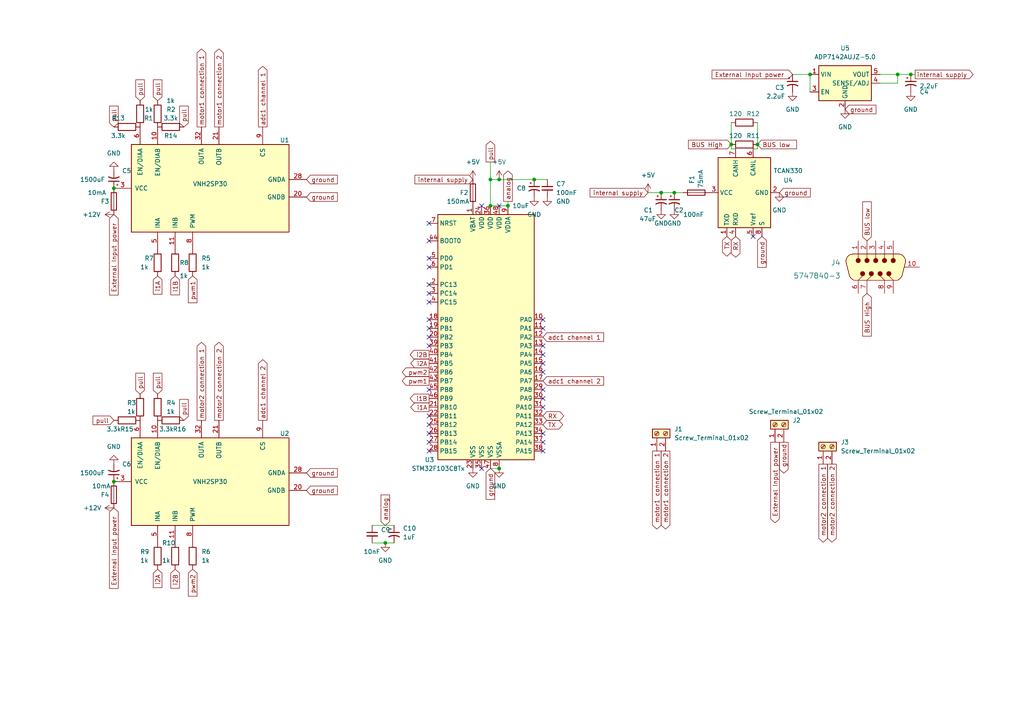
<source format=kicad_sch>
(kicad_sch (version 20211123) (generator eeschema)
  (paper "A4")
  (lib_symbols
    (symbol "Connector:Screw_Terminal_01x02" (pin_names (offset 1.016) hide)
      (property "Reference" "J" (at 0 2.54 0))
      (property "Value" "Screw_Terminal_01x02" (at 0 -5.08 0))
      (symbol "Screw_Terminal_01x02_1_1"
        (rectangle (start -1.27 1.27) (end 1.27 -3.81) (stroke (width 0.254)) (fill (type background)))
        (circle (center 0 -2.54) (radius 0.635) (stroke (width 0.1524)))
        (polyline (pts (xy -0.5334 -2.2098) (xy 0.3302 -3.048)) (stroke (width 0.1524)))
        (polyline (pts (xy -0.5334 0.3302) (xy 0.3302 -0.508)) (stroke (width 0.1524)))
        (polyline (pts (xy -0.3556 -2.032) (xy 0.508 -2.8702)) (stroke (width 0.1524)))
        (polyline (pts (xy -0.3556 0.508) (xy 0.508 -0.3302)) (stroke (width 0.1524)))
        (circle (center 0 0) (radius 0.635) (stroke (width 0.1524)))
        (pin passive line (at -5.08 0 0) (length 3.81) (name "Pin_1") (number "1"))
        (pin passive line (at -5.08 -2.54 0) (length 3.81) (name "Pin_2") (number "2"))
      )
    )
    (symbol "Device:C_Polarized_Small_US" (pin_numbers hide) (pin_names (offset 0.254) hide)
      (property "Reference" "C" (at 0.254 1.778 0))
      (property "Value" "C_Polarized_Small_US" (at 0.254 -2.032 0))
      (symbol "C_Polarized_Small_US_0_1"
        (polyline (pts (xy -1.524 0.508) (xy 1.524 0.508)) (stroke (width 0.3048)))
        (polyline (pts (xy -1.27 1.524) (xy -0.762 1.524)))
        (polyline (pts (xy -1.016 1.27) (xy -1.016 1.778)))
        (arc (start 1.524 -0.762) (mid 0 -0.3734) (end -1.524 -0.762) (stroke (width 0.3048)))
      )
      (symbol "C_Polarized_Small_US_1_1"
        (pin passive line (at 0 2.54 270) (length 2.032) (name "~") (number "1"))
        (pin passive line (at 0 -2.54 90) (length 2.032) (name "~") (number "2"))
      )
    )
    (symbol "Device:C_Small" (pin_numbers hide) (pin_names (offset 0.254) hide)
      (property "Reference" "C" (at 0.254 1.778 0))
      (property "Value" "C_Small" (at 0.254 -2.032 0))
      (symbol "C_Small_0_1"
        (polyline (pts (xy -1.524 -0.508) (xy 1.524 -0.508)) (stroke (width 0.3302)))
        (polyline (pts (xy -1.524 0.508) (xy 1.524 0.508)) (stroke (width 0.3048)))
      )
      (symbol "C_Small_1_1"
        (pin passive line (at 0 2.54 270) (length 2.032) (name "~") (number "1"))
        (pin passive line (at 0 -2.54 90) (length 2.032) (name "~") (number "2"))
      )
    )
    (symbol "Device:Fuse" (pin_numbers hide) (pin_names (offset 0))
      (property "Reference" "F" (at 2.032 0 90))
      (property "Value" "Fuse" (at -1.905 0 90))
      (symbol "Fuse_0_1"
        (rectangle (start -0.762 -2.54) (end 0.762 2.54) (stroke (width 0.254)))
        (polyline (pts (xy 0 2.54) (xy 0 -2.54)))
      )
      (symbol "Fuse_1_1"
        (pin passive line (at 0 3.81 270) (length 1.27) (name "~") (number "1"))
        (pin passive line (at 0 -3.81 90) (length 1.27) (name "~") (number "2"))
      )
    )
    (symbol "Device:R" (pin_numbers hide) (pin_names (offset 0))
      (property "Reference" "R" (at 2.032 0 90))
      (property "Value" "R" (at 0 0 90))
      (symbol "R_0_1"
        (rectangle (start -1.016 -2.54) (end 1.016 2.54) (stroke (width 0.254)))
      )
      (symbol "R_1_1"
        (pin passive line (at 0 3.81 270) (length 1.27) (name "~") (number "1"))
        (pin passive line (at 0 -3.81 90) (length 1.27) (name "~") (number "2"))
      )
    )
    (symbol "Driver_Motor:VNH2SP30" (pin_names (offset 1.016))
      (property "Reference" "U" (at -12.7 25.4 0))
      (property "Value" "VNH2SP30" (at 13.97 25.4 0))
      (symbol "VNH2SP30_1_1"
        (rectangle (start -12.7 22.86) (end 12.7 -22.86) (stroke (width 0.254)) (fill (type background)))
        (pin passive line (at 17.78 2.54 180) (length 5.08) hide (name "OUTA") (number "1"))
        (pin output line (at 17.78 15.24 180) (length 5.08) (name "EN/DIAB") (number "10"))
        (pin input line (at -17.78 10.16 0) (length 5.08) (name "INB") (number "11"))
        (pin no_connect line (at -17.78 -7.62 0) (length 5.08) hide (name "NC") (number "12"))
        (pin passive line (at 0 27.94 270) (length 5.08) hide (name "VCC") (number "13"))
        (pin no_connect line (at -17.78 -10.16 0) (length 5.08) hide (name "NC") (number "14"))
        (pin passive line (at 17.78 -2.54 180) (length 5.08) hide (name "OUTB") (number "15"))
        (pin passive line (at 17.78 -2.54 180) (length 5.08) hide (name "OUTB") (number "16"))
        (pin no_connect line (at -17.78 -20.32 0) (length 5.08) hide (name "NC") (number "17"))
        (pin passive line (at -2.54 -27.94 90) (length 5.08) hide (name "GNDB") (number "18"))
        (pin passive line (at -2.54 -27.94 90) (length 5.08) hide (name "GNDB") (number "19"))
        (pin no_connect line (at -17.78 0 0) (length 5.08) hide (name "NC") (number "2"))
        (pin passive line (at -2.54 -27.94 90) (length 5.08) (name "GNDB") (number "20"))
        (pin output line (at 17.78 -2.54 180) (length 5.08) (name "OUTB") (number "21"))
        (pin no_connect line (at -17.78 -17.78 0) (length 5.08) hide (name "NC") (number "22"))
        (pin passive line (at 0 27.94 270) (length 5.08) hide (name "VCC") (number "23"))
        (pin no_connect line (at -17.78 -15.24 0) (length 5.08) hide (name "NC") (number "24"))
        (pin passive line (at 17.78 2.54 180) (length 5.08) hide (name "OUTA") (number "25"))
        (pin passive line (at 2.54 -27.94 90) (length 5.08) hide (name "GNDA") (number "26"))
        (pin passive line (at 2.54 -27.94 90) (length 5.08) hide (name "GNDA") (number "27"))
        (pin passive line (at 2.54 -27.94 90) (length 5.08) (name "GNDA") (number "28"))
        (pin no_connect line (at -17.78 -12.7 0) (length 5.08) hide (name "NC") (number "29"))
        (pin power_in line (at 0 27.94 270) (length 5.08) (name "VCC") (number "3"))
        (pin passive line (at 17.78 2.54 180) (length 5.08) hide (name "OUTA") (number "30"))
        (pin passive line (at 0 27.94 270) (length 5.08) hide (name "VCC") (number "31"))
        (pin passive line (at 17.78 2.54 180) (length 5.08) (name "OUTA") (number "32"))
        (pin passive line (at 17.78 -2.54 180) (length 5.08) hide (name "OUTB") (number "33"))
        (pin no_connect line (at -17.78 -2.54 0) (length 5.08) hide (name "NC") (number "4"))
        (pin input line (at -17.78 15.24 0) (length 5.08) (name "INA") (number "5"))
        (pin output line (at 17.78 20.32 180) (length 5.08) (name "EN/DIAA") (number "6"))
        (pin no_connect line (at -17.78 -5.08 0) (length 5.08) hide (name "NC") (number "7"))
        (pin input line (at -17.78 5.08 0) (length 5.08) (name "PWM") (number "8"))
        (pin output line (at 17.78 -15.24 180) (length 5.08) (name "CS") (number "9"))
      )
    )
    (symbol "MCU_ST_STM32F1:STM32F103C8Tx"
      (property "Reference" "U" (at -15.24 36.83 0))
      (property "Value" "STM32F103C8Tx" (at 7.62 36.83 0))
      (symbol "STM32F103C8Tx_0_1"
        (rectangle (start -15.24 -35.56) (end 12.7 35.56) (stroke (width 0.254)) (fill (type background)))
      )
      (symbol "STM32F103C8Tx_1_1"
        (pin power_in line (at -5.08 38.1 270) (length 2.54) (name "VBAT") (number "1"))
        (pin bidirectional line (at 15.24 5.08 180) (length 2.54) (name "PA0") (number "10"))
        (pin bidirectional line (at 15.24 2.54 180) (length 2.54) (name "PA1") (number "11"))
        (pin bidirectional line (at 15.24 0 180) (length 2.54) (name "PA2") (number "12"))
        (pin bidirectional line (at 15.24 -2.54 180) (length 2.54) (name "PA3") (number "13"))
        (pin bidirectional line (at 15.24 -5.08 180) (length 2.54) (name "PA4") (number "14"))
        (pin bidirectional line (at 15.24 -7.62 180) (length 2.54) (name "PA5") (number "15"))
        (pin bidirectional line (at 15.24 -10.16 180) (length 2.54) (name "PA6") (number "16"))
        (pin bidirectional line (at 15.24 -12.7 180) (length 2.54) (name "PA7") (number "17"))
        (pin bidirectional line (at -17.78 5.08 0) (length 2.54) (name "PB0") (number "18"))
        (pin bidirectional line (at -17.78 2.54 0) (length 2.54) (name "PB1") (number "19"))
        (pin bidirectional line (at -17.78 15.24 0) (length 2.54) (name "PC13") (number "2"))
        (pin bidirectional line (at -17.78 0 0) (length 2.54) (name "PB2") (number "20"))
        (pin bidirectional line (at -17.78 -20.32 0) (length 2.54) (name "PB10") (number "21"))
        (pin bidirectional line (at -17.78 -22.86 0) (length 2.54) (name "PB11") (number "22"))
        (pin power_in line (at -5.08 -38.1 90) (length 2.54) (name "VSS") (number "23"))
        (pin power_in line (at -2.54 38.1 270) (length 2.54) (name "VDD") (number "24"))
        (pin bidirectional line (at -17.78 -25.4 0) (length 2.54) (name "PB12") (number "25"))
        (pin bidirectional line (at -17.78 -27.94 0) (length 2.54) (name "PB13") (number "26"))
        (pin bidirectional line (at -17.78 -30.48 0) (length 2.54) (name "PB14") (number "27"))
        (pin bidirectional line (at -17.78 -33.02 0) (length 2.54) (name "PB15") (number "28"))
        (pin bidirectional line (at 15.24 -15.24 180) (length 2.54) (name "PA8") (number "29"))
        (pin bidirectional line (at -17.78 12.7 0) (length 2.54) (name "PC14") (number "3"))
        (pin bidirectional line (at 15.24 -17.78 180) (length 2.54) (name "PA9") (number "30"))
        (pin bidirectional line (at 15.24 -20.32 180) (length 2.54) (name "PA10") (number "31"))
        (pin bidirectional line (at 15.24 -22.86 180) (length 2.54) (name "PA11") (number "32"))
        (pin bidirectional line (at 15.24 -25.4 180) (length 2.54) (name "PA12") (number "33"))
        (pin bidirectional line (at 15.24 -27.94 180) (length 2.54) (name "PA13") (number "34"))
        (pin power_in line (at -2.54 -38.1 90) (length 2.54) (name "VSS") (number "35"))
        (pin power_in line (at 0 38.1 270) (length 2.54) (name "VDD") (number "36"))
        (pin bidirectional line (at 15.24 -30.48 180) (length 2.54) (name "PA14") (number "37"))
        (pin bidirectional line (at 15.24 -33.02 180) (length 2.54) (name "PA15") (number "38"))
        (pin bidirectional line (at -17.78 -2.54 0) (length 2.54) (name "PB3") (number "39"))
        (pin bidirectional line (at -17.78 10.16 0) (length 2.54) (name "PC15") (number "4"))
        (pin bidirectional line (at -17.78 -5.08 0) (length 2.54) (name "PB4") (number "40"))
        (pin bidirectional line (at -17.78 -7.62 0) (length 2.54) (name "PB5") (number "41"))
        (pin bidirectional line (at -17.78 -10.16 0) (length 2.54) (name "PB6") (number "42"))
        (pin bidirectional line (at -17.78 -12.7 0) (length 2.54) (name "PB7") (number "43"))
        (pin input line (at -17.78 27.94 0) (length 2.54) (name "BOOT0") (number "44"))
        (pin bidirectional line (at -17.78 -15.24 0) (length 2.54) (name "PB8") (number "45"))
        (pin bidirectional line (at -17.78 -17.78 0) (length 2.54) (name "PB9") (number "46"))
        (pin power_in line (at 0 -38.1 90) (length 2.54) (name "VSS") (number "47"))
        (pin power_in line (at 2.54 38.1 270) (length 2.54) (name "VDD") (number "48"))
        (pin input line (at -17.78 22.86 0) (length 2.54) (name "PD0") (number "5"))
        (pin input line (at -17.78 20.32 0) (length 2.54) (name "PD1") (number "6"))
        (pin input line (at -17.78 33.02 0) (length 2.54) (name "NRST") (number "7"))
        (pin power_in line (at 2.54 -38.1 90) (length 2.54) (name "VSSA") (number "8"))
        (pin power_in line (at 5.08 38.1 270) (length 2.54) (name "VDDA") (number "9"))
      )
    )
    (symbol "Regulator_Linear:ADP7142AUJZ-5.0"
      (property "Reference" "U" (at 0 8.89 0))
      (property "Value" "ADP7142AUJZ-5.0" (at 0 6.35 0))
      (symbol "ADP7142AUJZ-5.0_0_1"
        (rectangle (start -7.62 5.08) (end 7.62 -5.08) (stroke (width 0.254)) (fill (type background)))
      )
      (symbol "ADP7142AUJZ-5.0_1_1"
        (pin power_in line (at -10.16 2.54 0) (length 2.54) (name "VIN") (number "1"))
        (pin power_in line (at 0 -7.62 90) (length 2.54) (name "GND") (number "2"))
        (pin input line (at -10.16 -2.54 0) (length 2.54) (name "EN") (number "3"))
        (pin input line (at 10.16 0 180) (length 2.54) (name "SENSE/ADJ") (number "4"))
        (pin power_out line (at 10.16 2.54 180) (length 2.54) (name "VOUT") (number "5"))
      )
    )
    (symbol "TCAN330_1"
      (property "Reference" "U" (at -10.16 8.89 0))
      (property "Value" "TCAN330_1" (at 2.54 8.89 0))
      (symbol "TCAN330_1_0_1"
        (rectangle (start -10.16 7.62) (end 10.16 -7.62) (stroke (width 0.254)) (fill (type background)))
      )
      (symbol "TCAN330_1_1_1"
        (pin input line (at -12.7 5.08 0) (length 2.54) (name "TXD") (number "1"))
        (pin power_in line (at 0 -10.16 90) (length 2.54) (name "GND") (number "2"))
        (pin power_in line (at 0 10.16 270) (length 2.54) (name "VCC") (number "3"))
        (pin tri_state line (at -12.7 2.54 0) (length 2.54) (name "RXD") (number "4"))
        (pin input line (at -12.7 -2.54 0) (length 2.54) (name "Vref") (number "5"))
        (pin bidirectional line (at 12.7 -2.54 180) (length 2.54) (name "CANL") (number "6"))
        (pin bidirectional line (at 12.7 2.54 180) (length 2.54) (name "CANH") (number "7"))
        (pin input line (at -12.7 -5.08 0) (length 2.54) (name "S") (number "8"))
      )
    )
    (symbol "dk_D-Sub-Connectors:5747840-3" (pin_names (offset 1.016))
      (property "Reference" "J" (at -3.81 8.89 0))
      (property "Value" "5747840-3" (at 1.27 -10.16 0))
      (symbol "5747840-3_0_1"
        (circle (center -1.905 -3.81) (radius 0.635) (fill (type outline)))
        (circle (center -1.905 -1.27) (radius 0.635) (fill (type outline)))
        (circle (center -1.905 1.27) (radius 0.635) (fill (type outline)))
        (circle (center -1.905 3.81) (radius 0.635) (fill (type outline)))
        (polyline (pts (xy -3.81 -5.08) (xy -2.54 -3.81)))
        (polyline (pts (xy -3.81 -2.54) (xy -2.54 -1.27)))
        (polyline (pts (xy -3.81 2.54) (xy -2.54 1.27)))
        (polyline (pts (xy -3.81 5.08) (xy -2.54 3.81)))
        (polyline (pts (xy 3.81 -5.08) (xy 2.54 -5.08)))
        (polyline (pts (xy 3.81 -2.54) (xy 2.54 -2.54)))
        (polyline (pts (xy 3.81 0) (xy 2.54 0)))
        (polyline (pts (xy 3.81 2.54) (xy 2.54 2.54)))
        (polyline (pts (xy 3.81 5.08) (xy 2.54 5.08)))
        (circle (center 1.905 -5.08) (radius 0.635) (fill (type outline)))
        (circle (center 1.905 -2.54) (radius 0.635) (fill (type outline)))
        (circle (center 1.905 0) (radius 0.635) (fill (type outline)))
        (circle (center 1.905 2.54) (radius 0.635) (fill (type outline)))
        (circle (center 1.905 5.08) (radius 0.635) (fill (type outline)))
      )
      (symbol "5747840-3_1_1"
        (arc (start -3.81 -6.35) (mid -3.278 -7.088) (end -2.54 -7.62))
        (arc (start -2.54 7.62) (mid -3.278 7.088) (end -3.81 6.35))
        (polyline (pts (xy -3.81 6.35) (xy -3.81 -6.35)) (fill (type background)))
        (polyline (pts (xy -2.54 7.62) (xy 1.524 8.636)) (fill (type background)))
        (polyline (pts (xy 1.524 -8.636) (xy -2.54 -7.62)) (fill (type background)))
        (polyline (pts (xy 3.81 6.35) (xy 3.81 -6.35)) (fill (type background)))
        (polyline (pts (xy -2.54 7.62) (xy -2.794 7.4676) (xy -2.8956 7.366) (xy -3.048 7.3152) (xy -3.2004 7.1628) (xy -3.302 7.0612) (xy -3.4036 6.9088) (xy -3.5052 6.8072) (xy -3.6068 6.6548) (xy -3.7084 6.5024) (xy -3.81 6.35) (xy -3.81 -6.35) (xy -3.6576 -6.5532) (xy -3.5052 -6.8072) (xy -3.302 -6.9596) (xy -3.0988 -7.2644) (xy -2.794 -7.4168) (xy -2.4384 -7.62) (xy 1.4732 -8.636) (xy 1.7272 -8.636) (xy 2.1336 -8.5852) (xy 2.4892 -8.4836) (xy 2.8956 -8.2296) (xy 3.2512 -7.9248) (xy 3.5052 -7.5692) (xy 3.6576 -7.2644) (xy 3.81 -6.8072) (xy 3.81 -6.35) (xy 3.81 6.35) (xy 3.7592 6.7564) (xy 3.7084 7.112) (xy 3.556 7.5184) (xy 3.4036 7.7724) (xy 3.2004 7.9756) (xy 2.9972 8.1788) (xy 2.7432 8.3312) (xy 2.3876 8.4836) (xy 2.032 8.636) (xy 1.778 8.636) (xy 1.524 8.636) (xy -2.4892 7.62)) (fill (type background)))
        (arc (start 1.524 -8.636) (mid 3.1896 -8.0073) (end 3.81 -6.35))
        (arc (start 3.81 6.35) (mid 3.1813 8.0156) (end 1.524 8.636))
        (pin passive line (at 7.62 5.08 180) (length 3.81) (name "~") (number "1"))
        (pin passive line (at 0 -12.7 90) (length 4.445) (name "~") (number "10"))
        (pin passive line (at 7.62 2.54 180) (length 3.81) (name "~") (number "2"))
        (pin passive line (at 7.62 0 180) (length 3.81) (name "~") (number "3"))
        (pin passive line (at 7.62 -2.54 180) (length 3.81) (name "~") (number "4"))
        (pin passive line (at 7.62 -5.08 180) (length 3.81) (name "~") (number "5"))
        (pin passive line (at -7.62 5.08 0) (length 3.81) (name "~") (number "6"))
        (pin passive line (at -7.62 2.54 0) (length 3.81) (name "~") (number "7"))
        (pin passive line (at -7.62 -2.54 0) (length 3.81) (name "~") (number "8"))
        (pin passive line (at -7.62 -5.08 0) (length 3.81) (name "~") (number "9"))
      )
    )
    (symbol "power:+12V" (power) (pin_names (offset 0))
      (property "Value" "+12V" (at 0 3.556 0))
      (symbol "+12V_0_1"
        (polyline (pts (xy -0.762 1.27) (xy 0 2.54)))
        (polyline (pts (xy 0 0) (xy 0 2.54)))
        (polyline (pts (xy 0 2.54) (xy 0.762 1.27)))
      )
      (symbol "+12V_1_1"
        (pin power_in line (at 0 0 90) (length 0) hide (name "+12V") (number "1"))
      )
    )
    (symbol "power:+5V" (power) (pin_names (offset 0))
      (property "Value" "+5V" (at 0 3.556 0))
      (symbol "+5V_0_1"
        (polyline (pts (xy -0.762 1.27) (xy 0 2.54)))
        (polyline (pts (xy 0 0) (xy 0 2.54)))
        (polyline (pts (xy 0 2.54) (xy 0.762 1.27)))
      )
      (symbol "+5V_1_1"
        (pin power_in line (at 0 0 90) (length 0) hide (name "+5V") (number "1"))
      )
    )
    (symbol "power:GND" (power) (pin_names (offset 0))
      (property "Value" "GND" (at 0 -3.81 0))
      (symbol "GND_0_1"
        (polyline (pts (xy 0 0) (xy 0 -1.27) (xy 1.27 -1.27) (xy 0 -2.54) (xy -1.27 -1.27) (xy 0 -1.27)))
      )
      (symbol "GND_1_1"
        (pin power_in line (at 0 0 270) (length 0) hide (name "GND") (number "1"))
      )
    )
  )
  (junction (at 219.71 41.91))
  (junction (at 212.09 41.91))
  (junction (at 142.24 52.07))
  (junction (at 264.16 21.59))
  (junction (at 260.35 21.59))
  (junction (at 154.94 52.07))
  (junction (at 111.76 157.48))
  (junction (at 234.95 21.59))
  (junction (at 147.32 59.69))
  (junction (at 191.77 55.88))
  (junction (at 144.78 52.07))
  (junction (at 195.58 55.88))
  (junction (at 144.78 135.89))
  (junction (at 33.02 139.7))
  (junction (at 33.02 54.61))
  (junction (at 142.24 59.69))
  (no_connect (at 218.44 68.58))
  (no_connect (at 157.48 100.33))
  (no_connect (at 157.48 102.87))
  (no_connect (at 157.48 105.41))
  (no_connect (at 157.48 115.57))
  (no_connect (at 157.48 118.11))
  (no_connect (at 157.48 107.95))
  (no_connect (at 124.46 64.77))
  (no_connect (at 124.46 69.85))
  (no_connect (at 124.46 74.93))
  (no_connect (at 124.46 77.47))
  (no_connect (at 124.46 82.55))
  (no_connect (at 124.46 85.09))
  (no_connect (at 124.46 87.63))
  (no_connect (at 124.46 92.71))
  (no_connect (at 124.46 95.25))
  (no_connect (at 124.46 97.79))
  (no_connect (at 124.46 100.33))
  (no_connect (at 124.46 125.73))
  (no_connect (at 124.46 128.27))
  (no_connect (at 124.46 130.81))
  (no_connect (at 124.46 120.65))
  (no_connect (at 124.46 123.19))
  (no_connect (at 124.46 113.03))
  (no_connect (at 157.48 113.03))
  (no_connect (at 157.48 125.73))
  (no_connect (at 157.48 128.27))
  (no_connect (at 157.48 130.81))
  (no_connect (at 157.48 92.71))
  (no_connect (at 157.48 95.25))
  (no_connect (at 139.7 59.69))
  (no_connect (at 144.78 59.69))
  (no_connect (at 139.7 135.89))
  (wire (pts (xy 260.35 24.13) (xy 260.35 21.59)))
  (wire (pts (xy 142.24 52.07) (xy 142.24 59.69)))
  (wire (pts (xy 260.35 21.59) (xy 264.16 21.59)))
  (wire (pts (xy 142.24 52.07) (xy 144.78 52.07)))
  (wire (pts (xy 219.71 35.56) (xy 219.71 41.91)))
  (wire (pts (xy 111.76 157.48) (xy 114.3 157.48)))
  (wire (pts (xy 212.09 41.91) (xy 212.09 43.18)))
  (wire (pts (xy 212.09 35.56) (xy 212.09 41.91)))
  (wire (pts (xy 212.09 43.18) (xy 213.36 43.18)))
  (wire (pts (xy 142.24 135.89) (xy 144.78 135.89)))
  (wire (pts (xy 107.95 152.4) (xy 114.3 152.4)))
  (wire (pts (xy 191.77 55.88) (xy 195.58 55.88)))
  (wire (pts (xy 154.94 52.07) (xy 158.75 52.07)))
  (wire (pts (xy 142.24 46.99) (xy 142.24 52.07)))
  (wire (pts (xy 219.71 41.91) (xy 219.71 43.18)))
  (wire (pts (xy 142.24 59.69) (xy 147.32 59.69)))
  (wire (pts (xy 219.71 43.18) (xy 218.44 43.18)))
  (wire (pts (xy 264.16 21.59) (xy 265.43 21.59)))
  (wire (pts (xy 255.27 21.59) (xy 260.35 21.59)))
  (wire (pts (xy 187.96 55.88) (xy 191.77 55.88)))
  (wire (pts (xy 255.27 24.13) (xy 260.35 24.13)))
  (wire (pts (xy 234.95 21.59) (xy 234.95 26.67)))
  (wire (pts (xy 147.32 58.42) (xy 147.32 59.69)))
  (wire (pts (xy 195.58 55.88) (xy 198.12 55.88)))
  (wire (pts (xy 144.78 52.07) (xy 154.94 52.07)))
  (wire (pts (xy 229.87 21.59) (xy 234.95 21.59)))
  (wire (pts (xy 107.95 157.48) (xy 111.76 157.48)))
  (global_label "internal supply" (shape input) (at 187.96 55.88 180) (property "Intersheet References" "${INTERSHEET_REFS}" (effects hide)))
  (global_label "motor2 connection 1" (shape output) (at 238.76 134.62 270) (property "Intersheet References" "${INTERSHEET_REFS}" (effects hide)))
  (global_label "pwm2" (shape output) (at 124.46 107.95 180) (property "Intersheet References" "${INTERSHEET_REFS}" (effects hide)))
  (global_label "adc1 channel 1" (shape output) (at 76.2 36.83 90) (property "Intersheet References" "${INTERSHEET_REFS}" (effects hide)))
  (global_label "ground" (shape input) (at 88.9 57.15 0) (property "Intersheet References" "${INTERSHEET_REFS}" (effects hide)))
  (global_label "pull" (shape input) (at 40.64 29.21 90) (property "Intersheet References" "${INTERSHEET_REFS}" (effects hide)))
  (global_label "pull" (shape input) (at 40.64 114.3 90) (property "Intersheet References" "${INTERSHEET_REFS}" (effects hide)))
  (global_label "motor2 connection 1" (shape output) (at 58.42 121.92 90) (property "Intersheet References" "${INTERSHEET_REFS}" (effects hide)))
  (global_label "BUS low " (shape input) (at 219.71 41.91 0) (property "Intersheet References" "${INTERSHEET_REFS}" (effects hide)))
  (global_label "External Input power " (shape output) (at 224.79 128.27 270) (property "Intersheet References" "${INTERSHEET_REFS}" (effects hide)))
  (global_label "External Input power " (shape input) (at 33.02 62.23 270) (property "Intersheet References" "${INTERSHEET_REFS}" (effects hide)))
  (global_label "ground" (shape input) (at 245.11 31.75 0) (property "Intersheet References" "${INTERSHEET_REFS}" (effects hide)))
  (global_label "i2B" (shape output) (at 124.46 102.87 180) (property "Intersheet References" "${INTERSHEET_REFS}" (effects hide)))
  (global_label "motor2 connection 2" (shape output) (at 241.3 134.62 270) (property "Intersheet References" "${INTERSHEET_REFS}" (effects hide)))
  (global_label "pull" (shape input) (at 33.02 121.92 180) (property "Intersheet References" "${INTERSHEET_REFS}" (effects hide)))
  (global_label "i1B" (shape output) (at 124.46 115.57 180) (property "Intersheet References" "${INTERSHEET_REFS}" (effects hide)))
  (global_label "ground" (shape input) (at 220.98 68.58 270) (property "Intersheet References" "${INTERSHEET_REFS}" (effects hide)))
  (global_label "pull" (shape output) (at 142.24 46.99 90) (property "Intersheet References" "${INTERSHEET_REFS}" (effects hide)))
  (global_label "pull" (shape input) (at 53.34 121.92 90) (property "Intersheet References" "${INTERSHEET_REFS}" (effects hide)))
  (global_label "pull" (shape input) (at 53.34 36.83 90) (property "Intersheet References" "${INTERSHEET_REFS}" (effects hide)))
  (global_label "i1A" (shape output) (at 124.46 118.11 180) (property "Intersheet References" "${INTERSHEET_REFS}" (effects hide)))
  (global_label "TX" (shape bidirectional) (at 210.82 68.58 270) (property "Intersheet References" "${INTERSHEET_REFS}" (effects hide)))
  (global_label "motor2 connection 2" (shape output) (at 63.5 121.92 90) (property "Intersheet References" "${INTERSHEET_REFS}" (effects hide)))
  (global_label "BUS low " (shape input) (at 251.46 69.85 90) (property "Intersheet References" "${INTERSHEET_REFS}" (effects hide)))
  (global_label "analog" (shape output) (at 147.32 58.42 90) (property "Intersheet References" "${INTERSHEET_REFS}" (effects hide)))
  (global_label "i2A" (shape output) (at 124.46 105.41 180) (property "Intersheet References" "${INTERSHEET_REFS}" (effects hide)))
  (global_label "ground" (shape output) (at 227.33 128.27 270) (property "Intersheet References" "${INTERSHEET_REFS}" (effects hide)))
  (global_label "motor1 connection 2" (shape output) (at 193.04 130.81 270) (property "Intersheet References" "${INTERSHEET_REFS}" (effects hide)))
  (global_label "ground" (shape input) (at 226.06 55.88 0) (property "Intersheet References" "${INTERSHEET_REFS}" (effects hide)))
  (global_label "adc1 channel 1" (shape input) (at 157.48 97.79 0) (property "Intersheet References" "${INTERSHEET_REFS}" (effects hide)))
  (global_label "RX" (shape bidirectional) (at 157.48 120.65 0) (property "Intersheet References" "${INTERSHEET_REFS}" (effects hide)))
  (global_label "RX" (shape bidirectional) (at 213.36 68.58 270) (property "Intersheet References" "${INTERSHEET_REFS}" (effects hide)))
  (global_label "internal supply" (shape output) (at 265.43 21.59 0) (property "Intersheet References" "${INTERSHEET_REFS}" (effects hide)))
  (global_label "pwm1" (shape input) (at 55.88 80.01 270) (property "Intersheet References" "${INTERSHEET_REFS}" (effects hide)))
  (global_label "analog" (shape input) (at 111.76 152.4 90) (property "Intersheet References" "${INTERSHEET_REFS}" (effects hide)))
  (global_label "pull" (shape input) (at 45.72 29.21 90) (property "Intersheet References" "${INTERSHEET_REFS}" (effects hide)))
  (global_label "i1A" (shape input) (at 45.72 80.01 270) (property "Intersheet References" "${INTERSHEET_REFS}" (effects hide)))
  (global_label "External Input power " (shape input) (at 229.87 21.59 180) (property "Intersheet References" "${INTERSHEET_REFS}" (effects hide)))
  (global_label "internal supply" (shape input) (at 137.16 52.07 180) (property "Intersheet References" "${INTERSHEET_REFS}" (effects hide)))
  (global_label "i2A" (shape input) (at 45.72 165.1 270) (property "Intersheet References" "${INTERSHEET_REFS}" (effects hide)))
  (global_label "i1B" (shape input) (at 50.8 80.01 270) (property "Intersheet References" "${INTERSHEET_REFS}" (effects hide)))
  (global_label "motor1 connection 1" (shape output) (at 58.42 36.83 90) (property "Intersheet References" "${INTERSHEET_REFS}" (effects hide)))
  (global_label "ground" (shape input) (at 88.9 137.16 0) (property "Intersheet References" "${INTERSHEET_REFS}" (effects hide)))
  (global_label "ground" (shape input) (at 88.9 52.07 0) (property "Intersheet References" "${INTERSHEET_REFS}" (effects hide)))
  (global_label "pwm2" (shape input) (at 55.88 165.1 270) (property "Intersheet References" "${INTERSHEET_REFS}" (effects hide)))
  (global_label "motor1 connection 2" (shape output) (at 63.5 36.83 90) (property "Intersheet References" "${INTERSHEET_REFS}" (effects hide)))
  (global_label "External Input power " (shape input) (at 33.02 147.32 270) (property "Intersheet References" "${INTERSHEET_REFS}" (effects hide)))
  (global_label "adc1 channel 2" (shape output) (at 76.2 121.92 90) (property "Intersheet References" "${INTERSHEET_REFS}" (effects hide)))
  (global_label "motor1 connection 1" (shape output) (at 190.5 130.81 270) (property "Intersheet References" "${INTERSHEET_REFS}" (effects hide)))
  (global_label "pull" (shape input) (at 45.72 114.3 90) (property "Intersheet References" "${INTERSHEET_REFS}" (effects hide)))
  (global_label "i2B" (shape input) (at 50.8 165.1 270) (property "Intersheet References" "${INTERSHEET_REFS}" (effects hide)))
  (global_label "pull" (shape input) (at 33.02 36.83 90) (property "Intersheet References" "${INTERSHEET_REFS}" (effects hide)))
  (global_label "BUS High " (shape input) (at 212.09 41.91 180) (property "Intersheet References" "${INTERSHEET_REFS}" (effects hide)))
  (global_label "TX" (shape bidirectional) (at 157.48 123.19 0) (property "Intersheet References" "${INTERSHEET_REFS}" (effects hide)))
  (global_label "adc1 channel 2" (shape input) (at 157.48 110.49 0) (property "Intersheet References" "${INTERSHEET_REFS}" (effects hide)))
  (global_label "BUS High " (shape input) (at 251.46 85.09 270) (property "Intersheet References" "${INTERSHEET_REFS}" (effects hide)))
  (global_label "pwm1" (shape output) (at 124.46 110.49 180) (property "Intersheet References" "${INTERSHEET_REFS}" (effects hide)))
  (global_label "ground" (shape input) (at 88.9 142.24 0) (property "Intersheet References" "${INTERSHEET_REFS}" (effects hide)))
  (global_label "ground" (shape input) (at 142.24 135.89 270) (property "Intersheet References" "${INTERSHEET_REFS}" (effects hide)))
  (symbol (lib_id "Driver_Motor:VNH2SP30") (at 60.96 139.7 90) (unit 1)
    (property "Reference" "U2" (at 82.55 125.73 90))
    (property "Value" "VNH2SP30" (at 60.96 139.7 90))
    (property "Footprint" "Package_SO:ST_MultiPowerSO-30" (effects hide))
    (property "Datasheet" "http://www.st.com/content/ccc/resource/technical/document/datasheet/group2/66/b8/f5/2c/9a/66/41/c7/CD00043711/files/CD00043711.pdf/jcr:content/translations/en.CD00043711.pdf" (effects hide))
  )
  (symbol (lib_id "Connector:Screw_Terminal_01x02") (at 190.5 125.73 90) (unit 1)
    (property "Reference" "J1" (at 195.58 124.4599 90) (effects (justify right)))
    (property "Value" "Screw_Terminal_01x02" (at 195.58 126.9999 90) (effects (justify right)))
    (property "Footprint" "TerminalBlock:TerminalBlock_Altech_AK300-2_P5.00mm" (effects hide))
  )
  (symbol (lib_id "Device:Fuse") (at 33.02 58.42 0) (unit 1)
    (property "Reference" "F3" (at 29.21 58.42 0) (effects (justify left)))
    (property "Value" "10mA" (at 25.4 55.88 0) (effects (justify left)))
    (property "Footprint" "Fuse:Fuseholder_Blade_ATO_Littelfuse_Pudenz_2_Pin" (effects hide))
  )
  (symbol (lib_id "power:+12V") (at 33.02 147.32 90) (unit 1)
    (property "Reference" "#PWR0104" (effects hide))
    (property "Value" "+12V" (at 24.13 147.32 90) (effects (justify right)))
  )
  (symbol (lib_id "Device:C_Polarized_Small_US") (at 33.02 52.07 180) (unit 1)
    (property "Reference" "C5" (at 38.1 49.53 0) (effects (justify left)))
    (property "Value" "1500uF" (at 30.48 52.07 0) (effects (justify left)))
    (property "Footprint" "Capacitor_THT:CP_Radial_D4.0mm_P1.50mm" (effects hide))
  )
  (symbol (lib_id "Device:R") (at 40.64 33.02 180) (unit 1)
    (property "Reference" "R1" (at 44.45 34.29 0) (effects (justify left)))
    (property "Value" "1k" (at 44.45 31.75 0) (effects (justify left)))
    (property "Footprint" "Resistor_THT:R_Axial_DIN0204_L3.6mm_D1.6mm_P1.90mm_Vertical" (effects hide))
  )
  (symbol (lib_id "power:GND") (at 154.94 57.15 0) (unit 1)
    (property "Reference" "#PWR0108" (effects hide))
    (property "Value" "GND" (at 154.94 62.23 0))
  )
  (symbol (lib_id "power:GND") (at 245.11 31.75 0) (unit 1)
    (property "Reference" "#PWR07" (effects hide))
    (property "Value" "GND" (at 245.11 36.83 0))
  )
  (symbol (lib_id "Driver_Motor:VNH2SP30") (at 60.96 54.61 90) (unit 1)
    (property "Reference" "U1" (at 82.55 40.64 90))
    (property "Value" "VNH2SP30" (at 60.96 53.34 90))
    (property "Footprint" "Package_SO:ST_MultiPowerSO-30" (effects hide))
    (property "Datasheet" "http://www.st.com/content/ccc/resource/technical/document/datasheet/group2/66/b8/f5/2c/9a/66/41/c7/CD00043711/files/CD00043711.pdf/jcr:content/translations/en.CD00043711.pdf" (effects hide))
  )
  (symbol (lib_id "power:+5V") (at 144.78 52.07 0) (unit 1)
    (property "Reference" "#PWR01" (effects hide))
    (property "Value" "+5V" (at 144.78 46.99 0))
  )
  (symbol (lib_id "MCU_ST_STM32F1:STM32F103C8Tx") (at 142.24 97.79 0) (unit 1)
    (property "Reference" "U3" (at 123.19 133.35 0) (effects (justify left)))
    (property "Value" "STM32F103C8Tx" (at 119.38 135.89 0) (effects (justify left)))
    (property "Footprint" "Package_QFP:LQFP-48_7x7mm_P0.5mm" (effects hide))
    (property "Datasheet" "http://www.st.com/st-web-ui/static/active/en/resource/technical/document/datasheet/CD00161566.pdf" (effects hide))
  )
  (symbol (lib_id "power:GND") (at 229.87 26.67 0) (unit 1)
    (property "Reference" "#PWR06" (effects hide))
    (property "Value" "GND" (at 229.87 31.75 0))
  )
  (symbol (lib_id "dk_D-Sub-Connectors:5747840-3") (at 254 77.47 90) (unit 1)
    (property "Reference" "J4" (at 243.84 76.1854 90) (effects (font (size 1.524 1.524)) (justify left)))
    (property "Value" "5747840-3" (at 243.84 79.9954 90) (effects (font (size 1.524 1.524)) (justify left)))
    (property "Footprint" "digikey-footprints:DSUB-9_Jack_5747840-3" (effects hide))
    (property "Datasheet" "https://www.te.com/commerce/DocumentDelivery/DDEController?Action=srchrtrv&DocNm=5747840&DocType=Customer+Drawing&DocLang=English" (effects hide))
    (property "Digi-Key_PN" "A32091-ND" (effects hide))
    (property "MPN" "5747840-3" (effects hide))
    (property "Category" "Connectors, Interconnects" (effects hide))
    (property "Family" "D-Sub Connectors" (effects hide))
    (property "DK_Datasheet_Link" "https://www.te.com/commerce/DocumentDelivery/DDEController?Action=srchrtrv&DocNm=5747840&DocType=Customer+Drawing&DocLang=English" (effects hide))
    (property "DK_Detail_Page" "/product-detail/en/te-connectivity-amp-connectors/5747840-3/A32091-ND/808646" (effects hide))
    (property "Description" "CONN D-SUB PLUG 9POS R/A SOLDER" (effects hide))
    (property "Manufacturer" "TE Connectivity AMP Connectors" (effects hide))
    (property "Status" "Active" (effects hide))
  )
  (symbol (lib_id "Device:C_Polarized_Small_US") (at 195.58 58.42 0) (unit 1)
    (property "Reference" "C2" (at 195.58 60.96 0) (effects (justify left)))
    (property "Value" "100nF" (at 198.12 62.23 0) (effects (justify left)))
    (property "Footprint" "Capacitor_THT:CP_Radial_D4.0mm_P1.50mm" (effects hide))
  )
  (symbol (lib_id "power:GND") (at 158.75 57.15 0) (unit 1)
    (property "Reference" "#PWR0105" (effects hide))
    (property "Value" "GND" (at 161.29 58.4199 0) (effects (justify left)))
  )
  (symbol (lib_id "power:+12V") (at 33.02 62.23 90) (unit 1)
    (property "Reference" "#PWR0102" (effects hide))
    (property "Value" "+12V" (at 29.21 62.2299 90) (effects (justify left)))
  )
  (symbol (lib_id "power:GND") (at 195.58 60.96 0) (unit 1)
    (property "Reference" "#PWR05" (effects hide))
    (property "Value" "GND" (at 195.58 64.77 0))
  )
  (symbol (lib_id "Device:R") (at 45.72 118.11 0) (unit 1)
    (property "Reference" "R4" (at 48.26 116.8399 0) (effects (justify left)))
    (property "Value" "1k" (at 48.26 119.3799 0) (effects (justify left)))
    (property "Footprint" "Resistor_THT:R_Axial_DIN0204_L3.6mm_D1.6mm_P1.90mm_Vertical" (effects hide))
  )
  (symbol (lib_id "Device:R") (at 49.53 121.92 270) (unit 1)
    (property "Reference" "R16" (at 52.07 124.46 90))
    (property "Value" "3.3k" (at 48.26 124.46 90))
    (property "Footprint" "Resistor_THT:R_Axial_DIN0204_L3.6mm_D1.6mm_P1.90mm_Vertical" (effects hide))
  )
  (symbol (lib_id "Device:C_Polarized_Small_US") (at 114.3 154.94 0) (unit 1)
    (property "Reference" "C10" (at 116.84 153.2381 0) (effects (justify left)))
    (property "Value" "1uF" (at 116.84 155.7781 0) (effects (justify left)))
    (property "Footprint" "Capacitor_THT:CP_Radial_D4.0mm_P1.50mm" (effects hide))
  )
  (symbol (lib_id "Device:C_Polarized_Small_US") (at 191.77 58.42 0) (unit 1)
    (property "Reference" "C1" (at 186.69 60.96 0) (effects (justify left)))
    (property "Value" "47uF" (at 185.42 63.5 0) (effects (justify left)))
    (property "Footprint" "Capacitor_THT:CP_Radial_D4.0mm_P1.50mm" (effects hide))
  )
  (symbol (lib_id "power:GND") (at 264.16 26.67 0) (unit 1)
    (property "Reference" "#PWR08" (effects hide))
    (property "Value" "GND" (at 264.16 31.75 0))
  )
  (symbol (lib_id "Device:R") (at 215.9 35.56 90) (unit 1)
    (property "Reference" "R12" (at 218.44 33.02 90))
    (property "Value" "120" (at 213.36 33.02 90))
    (property "Footprint" "Resistor_THT:R_Axial_DIN0204_L3.6mm_D1.6mm_P1.90mm_Vertical" (effects hide))
  )
  (symbol (lib_id "power:GND") (at 33.02 134.62 180) (unit 1)
    (property "Reference" "#PWR0110" (effects hide))
    (property "Value" "GND" (at 33.02 129.54 0))
  )
  (symbol (lib_id "Device:R") (at 45.72 33.02 0) (unit 1)
    (property "Reference" "R2" (at 48.26 31.7499 0) (effects (justify left)))
    (property "Value" "1k" (at 48.26 29.21 0) (effects (justify left)))
    (property "Footprint" "Resistor_THT:R_Axial_DIN0204_L3.6mm_D1.6mm_P1.90mm_Vertical" (effects hide))
  )
  (symbol (lib_id "Device:C_Small") (at 158.75 54.61 0) (unit 1)
    (property "Reference" "C7" (at 161.29 53.3462 0) (effects (justify left)))
    (property "Value" "100nF" (at 161.29 55.8862 0) (effects (justify left)))
    (property "Footprint" "Capacitor_THT:C_Radial_D4.0mm_H5.0mm_P1.50mm" (effects hide))
  )
  (symbol (lib_id "Device:R") (at 36.83 36.83 90) (unit 1)
    (property "Reference" "R13" (at 34.29 34.29 90))
    (property "Value" "3.3k" (at 34.29 39.37 90))
    (property "Footprint" "Resistor_THT:R_Axial_DIN0204_L3.6mm_D1.6mm_P1.90mm_Vertical" (effects hide))
  )
  (symbol (lib_id "power:GND") (at 226.06 55.88 0) (unit 1)
    (property "Reference" "#PWR0107" (effects hide))
    (property "Value" "GND" (at 226.06 60.96 0))
  )
  (symbol (lib_id "Connector:Screw_Terminal_01x02") (at 224.79 123.19 90) (unit 1)
    (property "Reference" "J2" (at 229.87 121.9199 90) (effects (justify right)))
    (property "Value" "Screw_Terminal_01x02" (at 217.17 119.38 90) (effects (justify right)))
    (property "Footprint" "TerminalBlock:TerminalBlock_Altech_AK300-2_P5.00mm" (effects hide))
  )
  (symbol (lib_id "Device:R") (at 45.72 161.29 0) (unit 1)
    (property "Reference" "R9" (at 40.64 160.02 0) (effects (justify left)))
    (property "Value" "1k" (at 40.64 162.56 0) (effects (justify left)))
    (property "Footprint" "Resistor_THT:R_Axial_DIN0204_L3.6mm_D1.6mm_P1.90mm_Vertical" (effects hide))
  )
  (symbol (lib_id "Device:Fuse") (at 137.16 55.88 0) (unit 1)
    (property "Reference" "F2" (at 133.35 55.88 0) (effects (justify left)))
    (property "Value" "150mA" (at 129.54 58.42 0) (effects (justify left)))
    (property "Footprint" "Fuse:Fuseholder_Blade_ATO_Littelfuse_Pudenz_2_Pin" (effects hide))
  )
  (symbol (lib_id "Device:Fuse") (at 201.93 55.88 90) (unit 1)
    (property "Reference" "F1" (at 200.6599 53.34 0) (effects (justify left)))
    (property "Value" "75mA" (at 203.2 54.61 0) (effects (justify left)))
    (property "Footprint" "Fuse:Fuseholder_Blade_ATO_Littelfuse_Pudenz_2_Pin" (effects hide))
  )
  (symbol (lib_id "Connector:Screw_Terminal_01x02") (at 238.76 129.54 90) (unit 1)
    (property "Reference" "J3" (at 243.84 128.2699 90) (effects (justify right)))
    (property "Value" "Screw_Terminal_01x02" (at 243.84 130.8099 90) (effects (justify right)))
    (property "Footprint" "TerminalBlock:TerminalBlock_Altech_AK300-2_P5.00mm" (effects hide))
  )
  (symbol (lib_id "power:GND") (at 33.02 49.53 180) (unit 1)
    (property "Reference" "#PWR0101" (effects hide))
    (property "Value" "GND" (at 33.02 44.45 0))
  )
  (symbol (lib_id "Device:R") (at 215.9 41.91 90) (unit 1)
    (property "Reference" "R11" (at 218.44 39.37 90))
    (property "Value" "120" (at 213.36 39.37 90))
    (property "Footprint" "Resistor_THT:R_Axial_DIN0204_L3.6mm_D1.6mm_P1.90mm_Vertical" (effects hide))
  )
  (symbol (lib_id "power:GND") (at 144.78 135.89 0) (unit 1)
    (property "Reference" "#PWR0103" (effects hide))
    (property "Value" "GND" (at 144.78 140.97 0))
  )
  (symbol (lib_id "power:GND") (at 137.16 135.89 0) (unit 1)
    (property "Reference" "#PWR0106" (effects hide))
    (property "Value" "GND" (at 137.16 140.97 0))
  )
  (symbol (lib_id "Device:R") (at 50.8 161.29 0) (unit 1)
    (property "Reference" "R10" (at 46.99 157.48 0) (effects (justify left)))
    (property "Value" "1k" (at 46.99 162.56 0) (effects (justify left)))
    (property "Footprint" "Resistor_THT:R_Axial_DIN0204_L3.6mm_D1.6mm_P1.90mm_Vertical" (effects hide))
  )
  (symbol (lib_id "Device:R") (at 36.83 121.92 90) (unit 1)
    (property "Reference" "R15" (at 36.83 124.46 90))
    (property "Value" "3.3k" (at 33.02 124.46 90))
    (property "Footprint" "Resistor_THT:R_Axial_DIN0204_L3.6mm_D1.6mm_P1.90mm_Vertical" (effects hide))
  )
  (symbol (lib_id "Device:C_Small") (at 107.95 154.94 0) (unit 1)
    (property "Reference" "C9" (at 110.49 153.6762 0) (effects (justify left)))
    (property "Value" "10nF" (at 105.41 160.02 0) (effects (justify left)))
    (property "Footprint" "Capacitor_THT:C_Radial_D4.0mm_H5.0mm_P1.50mm" (effects hide))
  )
  (symbol (lib_id "power:GND") (at 191.77 60.96 0) (unit 1)
    (property "Reference" "#PWR04" (effects hide))
    (property "Value" "GND" (at 191.77 64.77 0))
  )
  (symbol (lib_id "Device:C_Polarized_Small_US") (at 154.94 54.61 0) (unit 1)
    (property "Reference" "C8" (at 149.86 54.61 0) (effects (justify left)))
    (property "Value" "10uF" (at 148.59 59.69 0) (effects (justify left)))
    (property "Footprint" "Capacitor_THT:CP_Radial_D4.0mm_P1.50mm" (effects hide))
  )
  (symbol (lib_id "Device:R") (at 55.88 76.2 0) (unit 1)
    (property "Reference" "R5" (at 58.42 74.9299 0) (effects (justify left)))
    (property "Value" "1k" (at 58.42 77.4699 0) (effects (justify left)))
    (property "Footprint" "Resistor_THT:R_Axial_DIN0204_L3.6mm_D1.6mm_P1.90mm_Vertical" (effects hide))
  )
  (symbol (lib_name "TCAN330_1") (lib_id "Interface_CAN_LIN:TCAN330") (at 215.9 55.88 90) (unit 1)
    (property "Reference" "U4" (at 228.6 52.2986 90))
    (property "Value" "TCAN330" (at 228.6 49.53 90))
    (property "Footprint" "website:SOT96-1" (effects hide))
    (property "Datasheet" "http://www.ti.com/lit/ds/symlink/tcan337.pdf" (effects hide))
  )
  (symbol (lib_id "Device:C_Polarized_Small_US") (at 33.02 137.16 180) (unit 1)
    (property "Reference" "C6" (at 38.1 134.62 0) (effects (justify left)))
    (property "Value" "1500uF" (at 30.48 137.16 0) (effects (justify left)))
    (property "Footprint" "Capacitor_THT:CP_Radial_D4.0mm_P1.50mm" (effects hide))
  )
  (symbol (lib_id "Regulator_Linear:ADP7142AUJZ-5.0") (at 245.11 24.13 0) (unit 1)
    (property "Reference" "U5" (at 245.11 13.97 0))
    (property "Value" "ADP7142AUJZ-5.0" (at 245.11 16.51 0))
    (property "Footprint" "Package_TO_SOT_SMD:TSOT-23-5" (effects hide))
    (property "Datasheet" "https://www.analog.com/media/en/technical-documentation/data-sheets/ADP7142.pdf" (effects hide))
  )
  (symbol (lib_id "Device:C_Polarized_Small_US") (at 229.87 24.13 0) (unit 1)
    (property "Reference" "C3" (at 224.79 25.4 0) (effects (justify left)))
    (property "Value" "2.2uF" (at 222.25 27.94 0) (effects (justify left)))
    (property "Footprint" "Capacitor_THT:CP_Radial_D4.0mm_P1.50mm" (effects hide))
  )
  (symbol (lib_id "Device:R") (at 45.72 76.2 0) (unit 1)
    (property "Reference" "R7" (at 41.91 74.93 0) (effects (justify left)))
    (property "Value" "1k" (at 40.64 77.47 0) (effects (justify left)))
    (property "Footprint" "Resistor_THT:R_Axial_DIN0204_L3.6mm_D1.6mm_P1.90mm_Vertical" (effects hide))
  )
  (symbol (lib_id "power:+5V") (at 137.16 52.07 0) (unit 1)
    (property "Reference" "#PWR02" (effects hide))
    (property "Value" "+5V" (at 137.16 46.99 0))
  )
  (symbol (lib_id "Device:R") (at 40.64 118.11 0) (unit 1)
    (property "Reference" "R3" (at 36.83 116.84 0) (effects (justify left)))
    (property "Value" "1k" (at 36.83 119.38 0) (effects (justify left)))
    (property "Footprint" "Resistor_THT:R_Axial_DIN0204_L3.6mm_D1.6mm_P1.90mm_Vertical" (effects hide))
  )
  (symbol (lib_id "Device:Fuse") (at 33.02 143.51 0) (unit 1)
    (property "Reference" "F4" (at 29.21 143.51 0) (effects (justify left)))
    (property "Value" "10mA" (at 26.67 140.97 0) (effects (justify left)))
    (property "Footprint" "Fuse:Fuseholder_Blade_ATO_Littelfuse_Pudenz_2_Pin" (effects hide))
  )
  (symbol (lib_id "Device:R") (at 50.8 76.2 0) (unit 1)
    (property "Reference" "R8" (at 52.07 76.2 0) (effects (justify left)))
    (property "Value" "1k" (at 52.07 80.01 0) (effects (justify left)))
    (property "Footprint" "Resistor_THT:R_Axial_DIN0204_L3.6mm_D1.6mm_P1.90mm_Vertical" (effects hide))
  )
  (symbol (lib_id "power:+5V") (at 187.96 55.88 0) (unit 1)
    (property "Reference" "#PWR03" (effects hide))
    (property "Value" "+5V" (at 187.96 50.8 0))
  )
  (symbol (lib_id "Device:R") (at 49.53 36.83 90) (unit 1)
    (property "Reference" "R14" (at 49.53 39.37 90))
    (property "Value" "3.3k" (at 49.53 34.29 90))
    (property "Footprint" "Resistor_THT:R_Axial_DIN0204_L3.6mm_D1.6mm_P1.90mm_Vertical" (effects hide))
  )
  (symbol (lib_id "power:GND") (at 111.76 157.48 0) (unit 1)
    (property "Reference" "#PWR0109" (effects hide))
    (property "Value" "GND" (at 111.76 162.56 0))
  )
  (symbol (lib_id "Device:C_Polarized_Small_US") (at 264.16 24.13 0) (unit 1)
    (property "Reference" "C4" (at 266.7 26.67 0) (effects (justify left)))
    (property "Value" "2.2uF" (at 266.7 24.9681 0) (effects (justify left)))
    (property "Footprint" "Capacitor_THT:CP_Radial_D4.0mm_P1.50mm" (effects hide))
  )
  (symbol (lib_id "Device:R") (at 55.88 161.29 0) (unit 1)
    (property "Reference" "R6" (at 58.42 160.0199 0) (effects (justify left)))
    (property "Value" "1k" (at 58.42 162.5599 0) (effects (justify left)))
    (property "Footprint" "Resistor_THT:R_Axial_DIN0204_L3.6mm_D1.6mm_P1.90mm_Vertical" (effects hide))
  )
)
</source>
